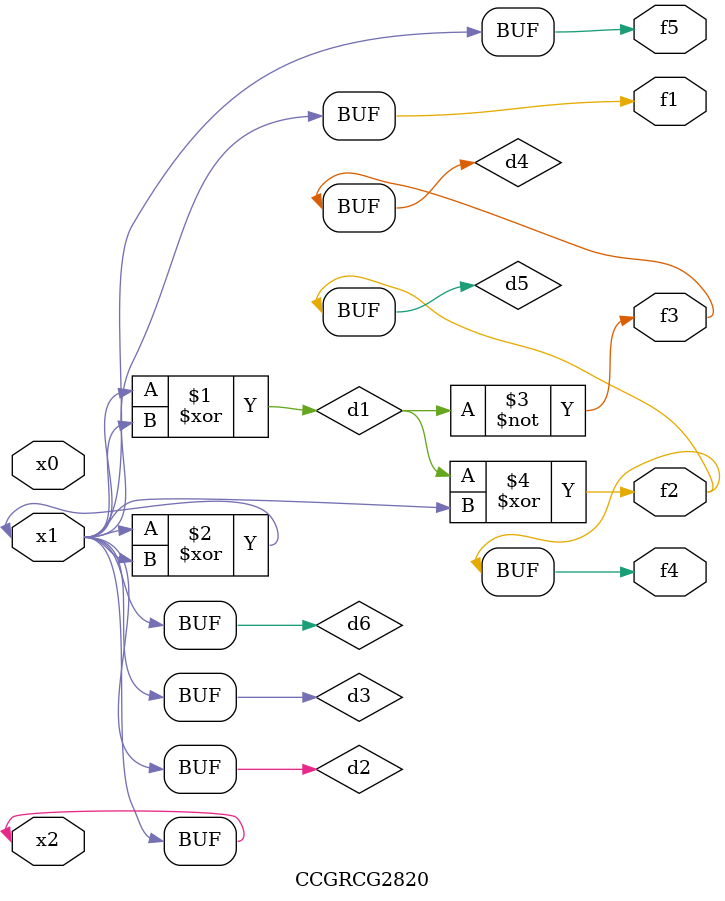
<source format=v>
module CCGRCG2820(
	input x0, x1, x2,
	output f1, f2, f3, f4, f5
);

	wire d1, d2, d3, d4, d5, d6;

	xor (d1, x1, x2);
	buf (d2, x1, x2);
	xor (d3, x1, x2);
	nor (d4, d1);
	xor (d5, d1, d2);
	buf (d6, d2, d3);
	assign f1 = d6;
	assign f2 = d5;
	assign f3 = d4;
	assign f4 = d5;
	assign f5 = d6;
endmodule

</source>
